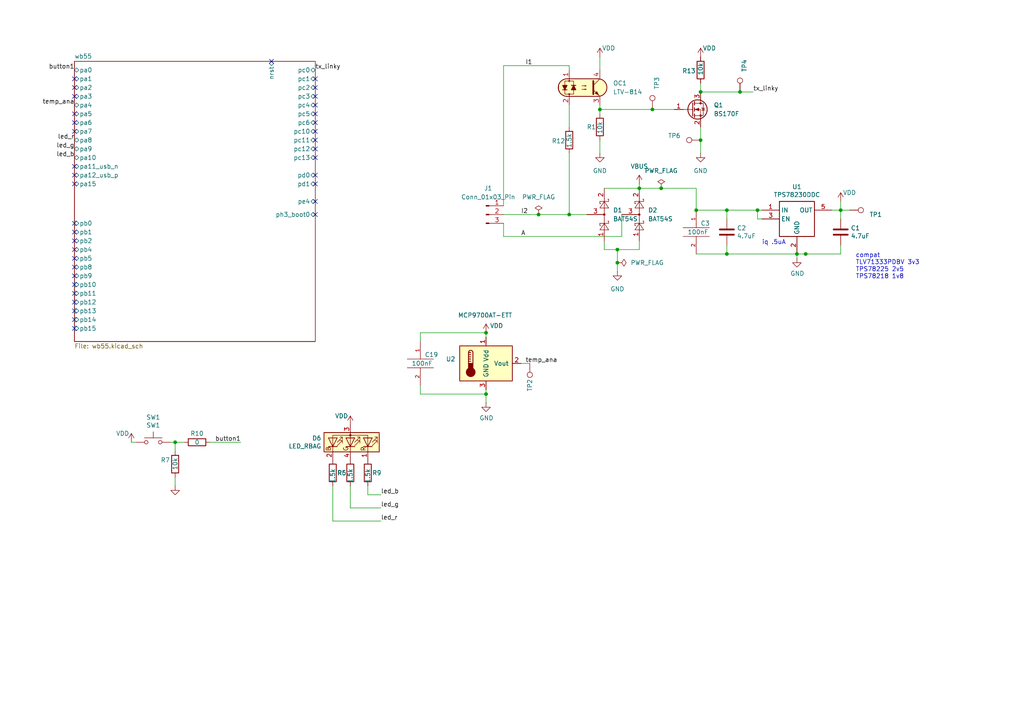
<source format=kicad_sch>
(kicad_sch (version 20231120) (generator "eeschema") (generator_version "8.0")
  (paper "A4")
  (title_block (title "linky2ble") (date "2024-10-14") (rev "1.0.0"))
  (lib_symbols
    (symbol "Connector:Conn_01x03_Pin" (pin_names (offset 1.016) hide)
      (property "Reference" "J" (at 0 5.08 0))
      (property "Value" "Conn_01x03_Pin" (at 0 -5.08 0))
      (symbol "Conn_01x03_Pin_1_1"
        (polyline (pts (xy 1.27 -2.54) (xy 0.8636 -2.54)) (stroke (width 0.1524)))
        (polyline (pts (xy 1.27 0) (xy 0.8636 0)) (stroke (width 0.1524)))
        (polyline (pts (xy 1.27 2.54) (xy 0.8636 2.54)) (stroke (width 0.1524)))
        (rectangle (start 0.8636 -2.413) (end 0 -2.667) (stroke (width 0.1524)) (fill (type outline)))
        (rectangle (start 0.8636 0.127) (end 0 -0.127) (stroke (width 0.1524)) (fill (type outline)))
        (rectangle (start 0.8636 2.667) (end 0 2.413) (stroke (width 0.1524)) (fill (type outline)))
        (pin passive line (at 5.08 2.54 180) (length 3.81) (name "Pin_1") (number "1"))
        (pin passive line (at 5.08 0 180) (length 3.81) (name "Pin_2") (number "2"))
        (pin passive line (at 5.08 -2.54 180) (length 3.81) (name "Pin_3") (number "3"))
      )
    )
    (symbol "Connector:TestPoint" (pin_numbers hide) (pin_names (offset 0.762) hide)
      (property "Reference" "TP" (at 0 6.858 0))
      (property "Value" "TestPoint" (at 0 5.08 0))
      (symbol "TestPoint_0_1"
        (circle (center 0 3.302) (radius 0.762))
      )
      (symbol "TestPoint_1_1"
        (pin passive line (at 0 0 90) (length 2.54) (name "1") (number "1"))
      )
    )
    (symbol "Device:C" (pin_numbers hide) (pin_names (offset 0.254))
      (property "Reference" "C" (at 0.635 2.54 0))
      (property "Value" "C" (at 0.635 -2.54 0))
      (symbol "C_0_1"
        (polyline (pts (xy -2.032 -0.762) (xy 2.032 -0.762)) (stroke (width 0.508)))
        (polyline (pts (xy -2.032 0.762) (xy 2.032 0.762)) (stroke (width 0.508)))
      )
      (symbol "C_1_1"
        (pin passive line (at 0 3.81 270) (length 2.794) (name "~") (number "1"))
        (pin passive line (at 0 -3.81 90) (length 2.794) (name "~") (number "2"))
      )
    )
    (symbol "Device:R" (pin_numbers hide) (pin_names (offset 0))
      (property "Reference" "R" (at 2.032 0 90))
      (property "Value" "R" (at 0 0 90))
      (symbol "R_0_1"
        (rectangle (start -1.016 -2.54) (end 1.016 2.54) (stroke (width 0.254)))
      )
      (symbol "R_1_1"
        (pin passive line (at 0 3.81 270) (length 1.27) (name "~") (number "1"))
        (pin passive line (at 0 -3.81 90) (length 1.27) (name "~") (number "2"))
      )
    )
    (symbol "Diode:BAT54S" (pin_names (offset 1.016))
      (property "Reference" "D" (at 0.635 -3.81 0))
      (property "Value" "BAT54S" (at -6.35 3.175 0))
      (symbol "BAT54S_0_1"
        (polyline (pts (xy -3.81 0) (xy -1.27 0)))
        (polyline (pts (xy -3.175 -1.27) (xy -3.175 -1.016)))
        (polyline (pts (xy -2.54 -1.27) (xy -3.175 -1.27)))
        (polyline (pts (xy -2.54 -1.27) (xy -2.54 1.27)))
        (polyline (pts (xy -2.54 1.27) (xy -1.905 1.27)))
        (polyline (pts (xy -1.905 0) (xy 1.905 0)))
        (polyline (pts (xy -1.905 1.27) (xy -1.905 1.016)))
        (polyline (pts (xy 1.27 0) (xy 3.81 0)))
        (polyline (pts (xy 3.175 -1.27) (xy 3.175 -1.016)))
        (polyline (pts (xy 3.81 -1.27) (xy 3.175 -1.27)))
        (polyline (pts (xy 3.81 -1.27) (xy 3.81 1.27)))
        (polyline (pts (xy 3.81 1.27) (xy 4.445 1.27)))
        (polyline (pts (xy 4.445 1.27) (xy 4.445 1.016)))
        (polyline (pts (xy -4.445 1.27) (xy -4.445 -1.27) (xy -2.54 0) (xy -4.445 1.27)))
        (polyline (pts (xy 1.905 1.27) (xy 1.905 -1.27) (xy 3.81 0) (xy 1.905 1.27)))
        (circle (center 0 0) (radius 0.254) (fill (type outline)))
      )
      (symbol "BAT54S_1_1"
        (pin passive line (at -7.62 0 0) (length 3.81) (name "~") (number "1"))
        (pin passive line (at 7.62 0 180) (length 3.81) (name "~") (number "2"))
        (pin passive line (at 0 -5.08 90) (length 5.08) (name "~") (number "3"))
      )
    )
    (symbol "PCM_Optocoupler_AKL:LTV-814" (pin_names (offset 1.016))
      (property "Reference" "OC" (at 7.62 1.27 0))
      (property "Value" "LTV-814" (at 7.62 -1.27 0))
      (symbol "LTV-814_0_1"
        (arc (start -4.4675 2.54) (mid -6.9851 0) (end -4.4675 -2.54) (stroke (width 0.254)))
        (circle (center -3.81 -1.905) (radius 0.1778) (fill (type outline)))
        (circle (center -3.81 1.905) (radius 0.1778) (fill (type outline)))
        (polyline (pts (xy -5.715 -0.635) (xy -4.445 -0.635)) (stroke (width 0.254)))
        (polyline (pts (xy -4.445 2.54) (xy 4.572 2.54)) (stroke (width 0.254)))
        (polyline (pts (xy -3.81 1.905) (xy -3.81 2.54)) (stroke (width 0.1524)))
        (polyline (pts (xy -1.905 0.635) (xy -3.175 0.635)) (stroke (width 0.254)))
        (polyline (pts (xy 3.175 0.635) (xy 5.08 2.54)))
        (polyline (pts (xy 4.572 -2.54) (xy -4.445 -2.54)) (stroke (width 0.254)))
        (polyline (pts (xy 5.08 -2.54) (xy 3.175 -0.635)) (fill (type outline)))
        (polyline (pts (xy 3.175 1.905) (xy 3.175 -1.905) (xy 3.175 -1.905)) (stroke (width 0.508)))
        (polyline (pts (xy -5.08 -0.635) (xy -5.715 0.635) (xy -4.445 0.635) (xy -5.08 -0.635)) (stroke (width 0.254)) (fill (type outline)))
        (polyline (pts (xy -2.54 0.635) (xy -1.905 -0.635) (xy -3.175 -0.635) (xy -2.54 0.635)) (stroke (width 0.254)) (fill (type outline)))
        (polyline (pts (xy -0.127 -0.508) (xy 1.143 -0.508) (xy 0.762 -0.635) (xy 0.762 -0.381) (xy 1.143 -0.508)))
        (polyline (pts (xy -0.127 0.508) (xy 1.143 0.508) (xy 0.762 0.381) (xy 0.762 0.635) (xy 1.143 0.508)))
        (polyline (pts (xy 3.683 -1.651) (xy 4.191 -1.143) (xy 4.699 -2.159) (xy 3.683 -1.651) (xy 3.683 -1.651)) (fill (type outline)))
        (polyline (pts (xy -3.81 -2.54) (xy -3.81 -1.905) (xy -5.08 -1.905) (xy -5.08 1.905) (xy -2.54 1.905) (xy -2.54 -1.905) (xy -3.81 -1.905)) (stroke (width 0.1524)))
        (polyline (pts (xy -3.81 2.54) (xy 4.826 2.54) (xy 5.334 2.413) (xy 5.969 2.159) (xy 6.604 1.524) (xy 6.985 0.762) (xy 7.112 0) (xy 6.985 -0.889) (xy 6.477 -1.651) (xy 5.969 -2.159) (xy 5.334 -2.413) (xy 4.699 -2.54) (xy -5.08 -2.54) (xy -5.08 -2.54) (xy -5.842 -2.032) (xy -6.35 -1.778) (xy -6.858 -0.508) (xy -6.858 0.254) (xy -6.858 1.016) (xy -6.35 1.778) (xy -5.588 2.286) (xy -4.826 2.54) (xy -3.81 2.54)) (stroke (width 0.01)) (fill (type background)))
        (arc (start 4.5945 -2.54) (mid 7.1121 0) (end 4.5945 2.54) (stroke (width 0.254)))
      )
      (symbol "LTV-814_1_1"
        (pin passive line (at -3.81 5.08 270) (length 2.54) (name "~") (number "1"))
        (pin passive line (at -3.81 -5.08 90) (length 2.54) (name "~") (number "2"))
        (pin passive line (at 5.08 -5.08 90) (length 2.54) (name "~") (number "3"))
        (pin passive line (at 5.08 5.08 270) (length 2.54) (name "~") (number "4"))
      )
    )
    (symbol "Sensor_Temperature:MCP9700AT-ETT" (pin_names (offset 1.016))
      (property "Reference" "U" (at -6.35 6.35 0))
      (property "Value" "MCP9700AT-ETT" (at 1.27 6.35 0))
      (symbol "MCP9700AT-ETT_0_1"
        (rectangle (start -7.62 5.08) (end 7.62 -5.08) (stroke (width 0.254)) (fill (type background)))
        (circle (center -4.445 -2.54) (radius 1.27) (stroke (width 0.254)) (fill (type outline)))
        (rectangle (start -3.81 -1.905) (end -5.08 0) (stroke (width 0.254)) (fill (type outline)))
        (arc (start -3.81 3.175) (mid -4.445 3.8072) (end -5.08 3.175) (stroke (width 0.254)))
        (polyline (pts (xy -5.08 0.635) (xy -4.445 0.635)) (stroke (width 0.254)))
        (polyline (pts (xy -5.08 1.27) (xy -4.445 1.27)) (stroke (width 0.254)))
        (polyline (pts (xy -5.08 1.905) (xy -4.445 1.905)) (stroke (width 0.254)))
        (polyline (pts (xy -5.08 2.54) (xy -4.445 2.54)) (stroke (width 0.254)))
        (polyline (pts (xy -5.08 3.175) (xy -5.08 0)) (stroke (width 0.254)))
        (polyline (pts (xy -5.08 3.175) (xy -4.445 3.175)) (stroke (width 0.254)))
        (polyline (pts (xy -3.81 3.175) (xy -3.81 0)) (stroke (width 0.254)))
      )
      (symbol "MCP9700AT-ETT_1_1"
        (pin power_in line (at 0 7.62 270) (length 2.54) (name "Vdd") (number "1"))
        (pin output line (at 10.16 0 180) (length 2.54) (name "Vout") (number "2"))
        (pin power_in line (at 0 -7.62 90) (length 2.54) (name "GND") (number "3"))
      )
    )
    (symbol "Switch:SW_Push" (pin_numbers hide) (pin_names (offset 1.016) hide)
      (property "Reference" "SW" (at 1.27 2.54 0))
      (property "Value" "SW_Push" (at 0 -1.524 0))
      (symbol "SW_Push_0_1"
        (circle (center -2.032 0) (radius 0.508))
        (polyline (pts (xy 0 1.27) (xy 0 3.048)))
        (polyline (pts (xy 2.54 1.27) (xy -2.54 1.27)))
        (circle (center 2.032 0) (radius 0.508))
        (pin passive line (at -5.08 0 0) (length 2.54) (name "1") (number "1"))
        (pin passive line (at 5.08 0 180) (length 2.54) (name "2") (number "2"))
      )
    )
    (symbol "Transistor_FET:BS170F" (pin_names hide)
      (property "Reference" "Q" (at 5.08 1.905 0))
      (property "Value" "BS170F" (at 5.08 0 0))
      (symbol "BS170F_0_1"
        (polyline (pts (xy 0.254 0) (xy -2.54 0)))
        (polyline (pts (xy 0.254 1.905) (xy 0.254 -1.905)) (stroke (width 0.254)))
        (polyline (pts (xy 0.762 -1.27) (xy 0.762 -2.286)) (stroke (width 0.254)))
        (polyline (pts (xy 0.762 0.508) (xy 0.762 -0.508)) (stroke (width 0.254)))
        (polyline (pts (xy 0.762 2.286) (xy 0.762 1.27)) (stroke (width 0.254)))
        (polyline (pts (xy 2.54 2.54) (xy 2.54 1.778)))
        (polyline (pts (xy 2.54 -2.54) (xy 2.54 0) (xy 0.762 0)))
        (polyline (pts (xy 0.762 -1.778) (xy 3.302 -1.778) (xy 3.302 1.778) (xy 0.762 1.778)))
        (polyline (pts (xy 1.016 0) (xy 2.032 0.381) (xy 2.032 -0.381) (xy 1.016 0)) (fill (type outline)))
        (polyline (pts (xy 2.794 0.508) (xy 2.921 0.381) (xy 3.683 0.381) (xy 3.81 0.254)))
        (polyline (pts (xy 3.302 0.381) (xy 2.921 -0.254) (xy 3.683 -0.254) (xy 3.302 0.381)))
        (circle (center 1.651 0) (radius 2.794) (stroke (width 0.254)))
        (circle (center 2.54 -1.778) (radius 0.254) (fill (type outline)))
        (circle (center 2.54 1.778) (radius 0.254) (fill (type outline)))
      )
      (symbol "BS170F_1_1"
        (pin input line (at -5.08 0 0) (length 2.54) (name "G") (number "1"))
        (pin passive line (at 2.54 -5.08 90) (length 2.54) (name "S") (number "2"))
        (pin passive line (at 2.54 5.08 270) (length 2.54) (name "D") (number "3"))
      )
    )
    (symbol "node-rescue:LED_RBAG-arturo182_device_extra-1cell_bms-rescue" (pin_names (offset 0) hide)
      (property "Reference" "D" (at 0 9.398 0))
      (property "Value" "LED_RBAG-arturo182_device_extra-1cell_bms-rescue" (at 0 -8.89 0))
      (symbol "LED_RBAG-arturo182_device_extra-1cell_bms-rescue_0_0"
        (text "B" (at -1.905 -6.35 0) (effects (font (size 1.27 1.27))))
        (text "G" (at -1.905 -1.27 0) (effects (font (size 1.27 1.27))))
        (text "R" (at -1.905 3.81 0) (effects (font (size 1.27 1.27))))
      )
      (symbol "LED_RBAG-arturo182_device_extra-1cell_bms-rescue_0_1"
        (polyline (pts (xy -1.27 -5.08) (xy -2.54 -5.08)))
        (polyline (pts (xy -1.27 -5.08) (xy 1.27 -5.08)))
        (polyline (pts (xy -1.27 -3.81) (xy -1.27 -6.35)))
        (polyline (pts (xy -1.27 -3.81) (xy -1.27 -6.35)) (stroke (width 0.2032)))
        (polyline (pts (xy -1.27 0) (xy -2.54 0)))
        (polyline (pts (xy -1.27 0) (xy 1.27 0)))
        (polyline (pts (xy -1.27 1.27) (xy -1.27 -1.27)) (stroke (width 0.2032)))
        (polyline (pts (xy -1.27 5.08) (xy -2.54 5.08)))
        (polyline (pts (xy -1.27 6.35) (xy -1.27 3.81)) (stroke (width 0.2032)))
        (polyline (pts (xy 1.27 0) (xy 2.54 0)))
        (polyline (pts (xy 1.27 5.08) (xy -1.27 5.08)))
        (polyline (pts (xy -1.27 1.27) (xy -1.27 -1.27) (xy -1.27 -1.27)))
        (polyline (pts (xy -1.27 6.35) (xy -1.27 3.81) (xy -1.27 3.81)))
        (polyline (pts (xy 1.27 -5.08) (xy 2.032 -5.08) (xy 2.032 5.08) (xy 1.27 5.08)))
        (polyline (pts (xy 1.27 -3.81) (xy 1.27 -6.35) (xy -1.27 -5.08) (xy 1.27 -3.81)) (stroke (width 0.2032)))
        (polyline (pts (xy 1.27 1.27) (xy 1.27 -1.27) (xy -1.27 0) (xy 1.27 1.27)) (stroke (width 0.2032)))
        (polyline (pts (xy 1.27 6.35) (xy 1.27 3.81) (xy -1.27 5.08) (xy 1.27 6.35)) (stroke (width 0.2032)))
        (polyline (pts (xy -1.016 -3.81) (xy 0.508 -2.286) (xy -0.254 -2.286) (xy 0.508 -2.286) (xy 0.508 -3.048)))
        (polyline (pts (xy -1.016 1.27) (xy 0.508 2.794) (xy -0.254 2.794) (xy 0.508 2.794) (xy 0.508 2.032)))
        (polyline (pts (xy -1.016 6.35) (xy 0.508 7.874) (xy -0.254 7.874) (xy 0.508 7.874) (xy 0.508 7.112)))
        (polyline (pts (xy 0 -3.81) (xy 1.524 -2.286) (xy 0.762 -2.286) (xy 1.524 -2.286) (xy 1.524 -3.048)))
        (polyline (pts (xy 0 1.27) (xy 1.524 2.794) (xy 0.762 2.794) (xy 1.524 2.794) (xy 1.524 2.032)))
        (polyline (pts (xy 0 6.35) (xy 1.524 7.874) (xy 0.762 7.874) (xy 1.524 7.874) (xy 1.524 7.112)))
        (rectangle (start 1.27 -1.27) (end 1.27 1.27))
        (rectangle (start 1.27 1.27) (end 1.27 1.27))
        (rectangle (start 1.27 3.81) (end 1.27 6.35))
        (rectangle (start 1.27 6.35) (end 1.27 6.35))
        (circle (center 2.032 0) (radius 0.254) (fill (type outline)))
        (rectangle (start 2.794 8.382) (end -2.794 -7.62) (stroke (width 0.254)) (fill (type background)))
      )
      (symbol "LED_RBAG-arturo182_device_extra-1cell_bms-rescue_1_1"
        (pin passive line (at -5.08 5.08 0) (length 2.54) (name "RK") (number "1"))
        (pin passive line (at -5.08 -5.08 0) (length 2.54) (name "BK") (number "2"))
        (pin passive line (at 5.08 0 180) (length 2.54) (name "A") (number "3"))
        (pin passive line (at -5.08 0 0) (length 2.54) (name "GK") (number "4"))
      )
    )
    (symbol "node-rescue:TPS78218DDC-mine"
      (property "Reference" "U" (at -5.08 -6.35 0))
      (property "Value" "TPS78218DDC-mine" (at 5.08 6.35 0))
      (symbol "TPS78218DDC-mine_0_0"
        (rectangle (start -5.08 5.08) (end 5.08 -5.08) (stroke (width 0.254)))
      )
      (symbol "TPS78218DDC-mine_1_1"
        (pin power_in line (at -10.16 2.54 0) (length 5.08) (name "IN") (number "1"))
        (pin power_in line (at 0 -10.16 90) (length 5.08) (name "GND") (number "2"))
        (pin input line (at -10.16 0 0) (length 5.08) (name "EN") (number "3"))
        (pin power_in line (at 2.54 -10.16 90) (length 5.08) hide (name "GND") (number "4"))
        (pin power_out line (at 10.16 2.54 180) (length 5.08) (name "OUT") (number "5"))
      )
    )
    (symbol "power:GND" (power) (pin_numbers hide) (pin_names (offset 0) hide)
      (property "Value" "GND" (at 0 -3.81 0))
      (symbol "GND_0_1"
        (polyline (pts (xy 0 0) (xy 0 -1.27) (xy 1.27 -1.27) (xy 0 -2.54) (xy -1.27 -1.27) (xy 0 -1.27)))
      )
      (symbol "GND_1_1"
        (pin power_in line (at 0 0 270) (length 0) (name "~") (number "1"))
      )
    )
    (symbol "power:PWR_FLAG" (power) (pin_numbers hide) (pin_names (offset 0) hide)
      (property "Value" "PWR_FLAG" (at 0 3.81 0))
      (symbol "PWR_FLAG_0_0"
        (pin power_out line (at 0 0 90) (length 0) (name "~") (number "1"))
      )
      (symbol "PWR_FLAG_0_1"
        (polyline (pts (xy 0 0) (xy 0 1.27) (xy -1.016 1.905) (xy 0 2.54) (xy 1.016 1.905) (xy 0 1.27)))
      )
    )
    (symbol "power:VBUS" (power) (pin_numbers hide) (pin_names (offset 0) hide)
      (property "Value" "VBUS" (at 0 3.556 0))
      (symbol "VBUS_0_1"
        (polyline (pts (xy -0.762 1.27) (xy 0 2.54)))
        (polyline (pts (xy 0 0) (xy 0 2.54)))
        (polyline (pts (xy 0 2.54) (xy 0.762 1.27)))
      )
      (symbol "VBUS_1_1"
        (pin power_in line (at 0 0 90) (length 0) (name "~") (number "1"))
      )
    )
    (symbol "power:VDD" (power) (pin_names (offset 0))
      (property "Value" "VDD" (at 0 3.81 0))
      (symbol "VDD_0_1"
        (polyline (pts (xy -0.762 1.27) (xy 0 2.54)))
        (polyline (pts (xy 0 0) (xy 0 2.54)))
        (polyline (pts (xy 0 2.54) (xy 0.762 1.27)))
      )
      (symbol "VDD_1_1"
        (pin power_in line (at 0 0 90) (length 0) hide (name "VDD") (number "1"))
      )
    )
    (symbol "pspice:CAP" (pin_names (offset 0.254))
      (property "Reference" "C" (at 2.54 3.81 90))
      (property "Value" "CAP" (at 2.54 -3.81 90))
      (symbol "CAP_0_1"
        (polyline (pts (xy -3.81 -1.27) (xy 3.81 -1.27)))
        (polyline (pts (xy -3.81 1.27) (xy 3.81 1.27)))
      )
      (symbol "CAP_1_1"
        (pin passive line (at 0 6.35 270) (length 5.08) (name "~") (number "1"))
        (pin passive line (at 0 -6.35 90) (length 5.08) (name "~") (number "2"))
      )
    )
  )
  (junction (at 173.99 31.75))
  (junction (at 243.84 60.96))
  (junction (at 210.82 73.66))
  (junction (at 156.21 62.23))
  (junction (at 203.2 26.67))
  (junction (at 140.97 96.52))
  (junction (at 210.82 60.96))
  (junction (at 189.23 31.75))
  (junction (at 179.07 76.2))
  (junction (at 50.8 128.27))
  (junction (at 233.68 73.66))
  (junction (at 140.97 114.3))
  (junction (at 214.63 26.67))
  (junction (at 185.42 54.61))
  (junction (at 165.1 62.23))
  (junction (at 219.71 60.96))
  (junction (at 191.77 54.61))
  (junction (at 231.14 73.66))
  (junction (at 201.93 60.96))
  (junction (at 179.07 72.39))
  (junction (at 203.2 40.64))
  (no_connect (at 91.44 50.8))
  (no_connect (at 78.74 17.78))
  (no_connect (at 21.59 77.47))
  (no_connect (at 21.59 22.86))
  (no_connect (at 21.59 95.25))
  (no_connect (at 91.44 35.56))
  (no_connect (at 21.59 92.71))
  (no_connect (at 21.59 33.02))
  (no_connect (at 91.44 58.42))
  (no_connect (at 21.59 67.31))
  (no_connect (at 91.44 30.48))
  (no_connect (at 91.44 33.02))
  (no_connect (at 91.44 27.94))
  (no_connect (at 21.59 74.93))
  (no_connect (at 21.59 64.77))
  (no_connect (at 91.44 62.23))
  (no_connect (at 21.59 35.56))
  (no_connect (at 21.59 82.55))
  (no_connect (at 21.59 38.1))
  (no_connect (at 21.59 53.34))
  (no_connect (at 21.59 50.8))
  (no_connect (at 21.59 27.94))
  (no_connect (at 21.59 69.85))
  (no_connect (at 91.44 25.4))
  (no_connect (at 21.59 48.26))
  (no_connect (at 91.44 43.18))
  (no_connect (at 91.44 40.64))
  (no_connect (at 21.59 85.09))
  (no_connect (at 21.59 80.01))
  (no_connect (at 21.59 87.63))
  (no_connect (at 91.44 45.72))
  (no_connect (at 21.59 72.39))
  (no_connect (at 91.44 38.1))
  (no_connect (at 21.59 25.4))
  (no_connect (at 91.44 53.34))
  (no_connect (at 21.59 90.17))
  (no_connect (at 91.44 22.86))
  (wire (pts (xy 243.84 60.96) (xy 246.38 60.96)))
  (wire (pts (xy 96.52 140.97) (xy 96.52 151.13)))
  (wire (pts (xy 146.05 68.58) (xy 180.34 68.58)))
  (wire (pts (xy 210.82 60.96) (xy 219.71 60.96)))
  (wire (pts (xy 165.1 30.48) (xy 165.1 36.83)))
  (wire (pts (xy 146.05 64.77) (xy 146.05 68.58)))
  (wire (pts (xy 201.93 54.61) (xy 201.93 60.96)))
  (wire (pts (xy 203.2 26.67) (xy 214.63 26.67)))
  (wire (pts (xy 185.42 53.34) (xy 185.42 54.61)))
  (wire (pts (xy 53.34 128.27) (xy 50.8 128.27)))
  (wire (pts (xy 173.99 31.75) (xy 173.99 33.02)))
  (wire (pts (xy 101.6 147.32) (xy 110.49 147.32)))
  (wire (pts (xy 165.1 19.05) (xy 165.1 20.32)))
  (wire (pts (xy 140.97 116.84) (xy 140.97 114.3)))
  (wire (pts (xy 179.07 76.2) (xy 179.07 78.74)))
  (wire (pts (xy 185.42 54.61) (xy 191.77 54.61)))
  (wire (pts (xy 175.26 54.61) (xy 185.42 54.61)))
  (wire (pts (xy 121.92 96.52) (xy 121.92 99.06)))
  (wire (pts (xy 210.82 63.5) (xy 210.82 60.96)))
  (wire (pts (xy 180.34 68.58) (xy 180.34 62.23)))
  (wire (pts (xy 96.52 151.13) (xy 110.49 151.13)))
  (wire (pts (xy 203.2 24.13) (xy 203.2 26.67)))
  (wire (pts (xy 214.63 26.67) (xy 218.44 26.67)))
  (wire (pts (xy 140.97 96.52) (xy 121.92 96.52)))
  (wire (pts (xy 173.99 40.64) (xy 173.99 44.45)))
  (wire (pts (xy 185.42 72.39) (xy 185.42 69.85)))
  (wire (pts (xy 233.68 73.66) (xy 243.84 73.66)))
  (wire (pts (xy 219.71 60.96) (xy 219.71 63.5)))
  (wire (pts (xy 175.26 69.85) (xy 175.26 72.39)))
  (wire (pts (xy 106.68 140.97) (xy 106.68 143.51)))
  (wire (pts (xy 243.84 60.96) (xy 243.84 58.42)))
  (wire (pts (xy 50.8 138.43) (xy 50.8 140.97)))
  (wire (pts (xy 201.93 73.66) (xy 210.82 73.66)))
  (wire (pts (xy 173.99 30.48) (xy 173.99 31.75)))
  (wire (pts (xy 50.8 128.27) (xy 49.53 128.27)))
  (wire (pts (xy 146.05 62.23) (xy 156.21 62.23)))
  (wire (pts (xy 201.93 60.96) (xy 210.82 60.96)))
  (wire (pts (xy 210.82 71.12) (xy 210.82 73.66)))
  (wire (pts (xy 121.92 114.3) (xy 140.97 114.3)))
  (wire (pts (xy 165.1 62.23) (xy 170.18 62.23)))
  (wire (pts (xy 243.84 60.96) (xy 243.84 63.5)))
  (wire (pts (xy 173.99 16.51) (xy 173.99 20.32)))
  (wire (pts (xy 243.84 73.66) (xy 243.84 71.12)))
  (wire (pts (xy 189.23 31.75) (xy 195.58 31.75)))
  (wire (pts (xy 175.26 72.39) (xy 179.07 72.39)))
  (wire (pts (xy 110.49 143.51) (xy 106.68 143.51)))
  (wire (pts (xy 101.6 140.97) (xy 101.6 147.32)))
  (wire (pts (xy 210.82 73.66) (xy 231.14 73.66)))
  (wire (pts (xy 146.05 19.05) (xy 165.1 19.05)))
  (wire (pts (xy 231.14 73.66) (xy 231.14 74.93)))
  (wire (pts (xy 146.05 59.69) (xy 146.05 19.05)))
  (wire (pts (xy 165.1 44.45) (xy 165.1 62.23)))
  (wire (pts (xy 203.2 40.64) (xy 203.2 44.45)))
  (wire (pts (xy 233.68 73.66) (xy 231.14 73.66)))
  (wire (pts (xy 156.21 62.23) (xy 165.1 62.23)))
  (wire (pts (xy 69.85 128.27) (xy 60.96 128.27)))
  (wire (pts (xy 219.71 63.5) (xy 220.98 63.5)))
  (wire (pts (xy 151.13 105.41) (xy 153.67 105.41)))
  (wire (pts (xy 121.92 111.76) (xy 121.92 114.3)))
  (wire (pts (xy 39.37 128.27) (xy 38.1 128.27)))
  (wire (pts (xy 173.99 31.75) (xy 189.23 31.75)))
  (wire (pts (xy 140.97 113.03) (xy 140.97 114.3)))
  (wire (pts (xy 191.77 54.61) (xy 201.93 54.61)))
  (wire (pts (xy 179.07 72.39) (xy 185.42 72.39)))
  (wire (pts (xy 50.8 128.27) (xy 50.8 130.81)))
  (wire (pts (xy 219.71 60.96) (xy 220.98 60.96)))
  (wire (pts (xy 140.97 96.52) (xy 140.97 97.79)))
  (wire (pts (xy 241.3 60.96) (xy 243.84 60.96)))
  (wire (pts (xy 203.2 36.83) (xy 203.2 40.64)))
  (wire (pts (xy 179.07 72.39) (xy 179.07 76.2)))
  (text "compat \nTLV71333PDBV 3v3\nTPS78225 2v5\nTPS78218 1v8" (at 248.158 81.026 0) (effects (font (size 1.27 1.27)) (justify left bottom)))
  (text "iq .5uA" (at 220.98 71.12 0) (effects (font (size 1.27 1.27)) (justify left bottom)))
  (label "led_r" (at 110.49 151.13 0))
  (label "led_g" (at 21.59 43.18 180))
  (label "temp_ana" (at 152.4 105.41 0))
  (label "tx_linky" (at 91.44 20.32 0))
  (label "temp_ana" (at 21.59 30.48 180))
  (label "I1" (at 152.4 19.05 0))
  (label "I2" (at 151.13 62.23 0))
  (label "tx_linky" (at 218.44 26.67 0))
  (label "button1" (at 69.85 128.27 180))
  (label "led_g" (at 110.49 147.32 0))
  (label "led_b" (at 110.49 143.51 0))
  (label "led_r" (at 21.59 40.64 180))
  (label "A" (at 151.13 68.58 0))
  (label "button1" (at 21.59 20.32 180))
  (label "led_b" (at 21.59 45.72 180))
  (symbol (lib_id "power:VDD") (at 38.1 128.27 0) (mirror y) (unit 1)
    (property "Reference" "#PWR08" (effects (hide yes)))
    (property "Value" "VDD" (at 35.56 125.73 0))
  )
  (symbol (lib_id "power:PWR_FLAG") (at 156.21 62.23 0) (unit 1)
    (property "Reference" "#FLG01" (effects (hide yes)))
    (property "Value" "PWR_FLAG" (at 156.21 57.15 0))
    (property "Description" "Special symbol for telling ERC where power comes from" (effects (hide yes)))
  )
  (symbol (lib_id "power:GND") (at 203.2 44.45 0) (unit 1)
    (property "Reference" "#PWR017" (effects (hide yes)))
    (property "Value" "GND" (at 203.2 49.53 0))
    (property "Description" "Power symbol creates a global label with name \"GND\" , ground" (effects (hide yes)))
  )
  (symbol (lib_id "power:VDD") (at 101.6 123.19 0) (mirror y) (unit 1)
    (property "Reference" "#PWR010" (effects (hide yes)))
    (property "Value" "VDD" (at 99.06 120.65 0))
  )
  (symbol (lib_id "Device:C") (at 210.82 67.31 0) (unit 1)
    (property "Reference" "C2" (at 213.741 66.1416 0) (effects (justify left)))
    (property "Value" "4.7uF" (at 213.741 68.453 0) (effects (justify left)))
    (property "Footprint" "Capacitor_SMD:C_0603_1608Metric" (effects (hide yes)))
    (property "pn" "C19666 " (effects (hide yes)))
    (property "price x1" "0.1" (effects (hide yes)))
    (property "price x100" ".07" (effects (hide yes)))
    (property "LCSC" "C19666" (effects (hide yes)))
  )
  (symbol (lib_id "power:GND") (at 140.97 116.84 0) (unit 1)
    (property "Reference" "#PWR014" (effects (hide yes)))
    (property "Value" "GND" (at 141.097 121.2342 0))
  )
  (symbol (lib_id "Device:R") (at 57.15 128.27 90) (mirror x) (unit 1)
    (property "Reference" "R10" (at 57.15 125.73 90))
    (property "Value" "0" (at 57.15 128.27 90))
    (property "Footprint" "Resistor_SMD:R_0402_1005Metric" (effects (hide yes)))
    (property "JLCPCB" "C25104" (effects (hide yes)))
    (property "LCSC" "C25104" (effects (hide yes)))
  )
  (symbol (lib_id "Connector:TestPoint") (at 246.38 60.96 270) (unit 1) (exclude_from_sim yes) (in_bom no)
    (property "Reference" "TP1" (at 254 62.23 90))
    (property "Value" "5v" (effects (hide yes)))
    (property "Footprint" "TestPoint:TestPoint_Pad_D1.5mm" (effects (hide yes)))
  )
  (symbol (lib_id "power:VBUS") (at 185.42 53.34 0) (unit 1)
    (property "Reference" "#PWR05" (effects (hide yes)))
    (property "Value" "VBUS" (at 185.42 48.26 0))
    (property "Description" "Power symbol creates a global label with name \"VBUS\"" (effects (hide yes)))
  )
  (symbol (lib_id "pspice:CAP") (at 201.93 67.31 0) (unit 1)
    (property "Reference" "C3" (at 203.2 64.77 0) (effects (justify left)))
    (property "Value" "100nF" (at 199.39 67.31 0) (effects (justify left)))
    (property "Footprint" "Capacitor_SMD:C_0402_1005Metric" (effects (hide yes)))
    (property "LCSC" "C1525" (effects (hide yes)))
  )
  (symbol (lib_id "Connector:TestPoint") (at 189.23 31.75 0) (unit 1)
    (property "Reference" "TP3" (at 190.5 24.13 90))
    (property "Value" "5v" (effects (hide yes)))
    (property "Footprint" "TestPoint:TestPoint_Pad_D1.5mm" (effects (hide yes)))
  )
  (symbol (lib_id "Device:R") (at 106.68 137.16 0) (mirror x) (unit 1)
    (property "Reference" "R9" (at 107.95 137.16 0) (effects (justify left)))
    (property "Value" "1.5k" (at 106.68 135.89 90) (effects (justify left)))
    (property "Footprint" "Resistor_SMD:R_0402_1005Metric" (effects (hide yes)))
    (property "pn" "C25744" (effects (hide yes)))
    (property "price x1" "0.0009" (effects (hide yes)))
    (property "price x100" "0.0002" (effects (hide yes)))
    (property "LCSC" "C25867" (effects (hide yes)))
  )
  (symbol (lib_id "power:VDD") (at 243.84 58.42 0) (unit 1)
    (property "Reference" "#PWR03" (effects (hide yes)))
    (property "Value" "VDD" (at 246.38 55.88 0))
  )
  (symbol (lib_id "power:GND") (at 231.14 74.93 0) (unit 1)
    (property "Reference" "#PWR02" (effects (hide yes)))
    (property "Value" "GND" (at 231.267 79.3242 0))
  )
  (symbol (lib_id "Device:R") (at 165.1 40.64 0) (unit 1)
    (property "Reference" "R12" (at 160.02 40.894 0) (effects (justify left)))
    (property "Value" "1.5k" (at 165.1 42.926 90) (effects (justify left)))
    (property "Footprint" "Resistor_SMD:R_0402_1005Metric" (effects (hide yes)))
    (property "pn" "C25744" (effects (hide yes)))
    (property "price x1" "0.0009" (effects (hide yes)))
    (property "price x100" "0.0002" (effects (hide yes)))
    (property "LCSC" "C25867" (effects (hide yes)))
  )
  (symbol (lib_id "Device:R") (at 101.6 137.16 0) (mirror x) (unit 1)
    (property "Reference" "R6" (at 97.79 137.16 0) (effects (justify left)))
    (property "Value" "1.5k" (at 101.6 135.89 90) (effects (justify left)))
    (property "Footprint" "Resistor_SMD:R_0402_1005Metric" (effects (hide yes)))
    (property "pn" "C25744" (effects (hide yes)))
    (property "price x1" "0.0009" (effects (hide yes)))
    (property "price x100" "0.0002" (effects (hide yes)))
    (property "LCSC" "C25867" (effects (hide yes)))
  )
  (symbol (lib_id "Sensor_Temperature:MCP9700AT-ETT") (at 140.97 105.41 0) (unit 1)
    (property "Reference" "U2" (at 132.08 104.1399 0) (effects (justify right)))
    (property "Value" "MCP9700AT-ETT" (at 148.59 91.44 0) (effects (justify right)))
    (property "Footprint" "Package_TO_SOT_SMD:SOT-23" (effects (hide yes)))
    (property "Datasheet" "http://ww1.microchip.com/downloads/en/DeviceDoc/21942e.pdf" (effects (hide yes)))
    (property "LCSC" "C127949" (effects (hide yes)))
  )
  (symbol (lib_id "Connector:TestPoint") (at 203.2 40.64 90) (unit 1) (in_bom no)
    (property "Reference" "TP6" (at 195.58 39.37 90))
    (property "Value" "5v" (effects (hide yes)))
    (property "Footprint" "TestPoint:TestPoint_Pad_D1.5mm" (effects (hide yes)))
  )
  (symbol (lib_id "power:VDD") (at 173.99 16.51 0) (unit 1)
    (property "Reference" "#PWR04" (effects (hide yes)))
    (property "Value" "VDD" (at 176.53 13.97 0))
  )
  (symbol (lib_id "Connector:TestPoint") (at 153.67 105.41 180) (unit 1) (in_bom no)
    (property "Reference" "TP2" (at 153.67 111.76 90))
    (property "Value" "TestPoint" (effects (hide yes)))
    (property "Footprint" "TestPoint:TestPoint_Pad_D1.0mm" (effects (hide yes)))
  )
  (symbol (lib_id "Device:R") (at 50.8 134.62 0) (mirror y) (unit 1)
    (property "Reference" "R7" (at 49.3014 133.4516 0) (effects (justify left)))
    (property "Value" "10k" (at 50.8 136.398 90) (effects (justify left)))
    (property "Footprint" "Resistor_SMD:R_0402_1005Metric" (effects (hide yes)))
    (property "JLCPCB" "C25767" (effects (hide yes)))
    (property "LCSC" "C25767" (effects (hide yes)))
  )
  (symbol (lib_id "Diode:BAT54S") (at 185.42 62.23 270) (mirror x) (unit 1)
    (property "Reference" "D2" (at 187.96 60.9599 90) (effects (justify left)))
    (property "Value" "BAT54S" (at 187.96 63.4999 90) (effects (justify left)))
    (property "Footprint" "Package_TO_SOT_SMD:SOT-23" (effects (hide yes)))
    (property "Datasheet" "https://www.diodes.com/assets/Datasheets/ds11005.pdf" (effects (hide yes)))
    (property "LCSC" "C19726" (effects (hide yes)))
  )
  (symbol (lib_id "Connector:Conn_01x03_Pin") (at 140.97 62.23 0) (unit 1) (in_bom no)
    (property "Reference" "J1" (at 141.605 54.61 0))
    (property "Value" "Conn_01x03_Pin" (at 141.605 57.15 0))
    (property "Footprint" "Connector_PinHeader_2.54mm:PinHeader_1x03_P2.54mm_Horizontal" (effects (hide yes)))
    (property "Description" "Generic connector, single row, 01x03, script generated" (effects (hide yes)))
  )
  (symbol (lib_id "Switch:SW_Push") (at 44.45 128.27 0) (mirror y) (unit 1)
    (property "Reference" "SW1" (at 44.45 121.031 0))
    (property "Value" "SW1" (at 44.45 123.3424 0))
    (property "Footprint" "Button_Switch_SMD:SW_Push_1P1T_NO_6x6mm_H9.5mm" (effects (hide yes)))
    (property "Datasheet" "https://datasheet.lcsc.com/lcsc/1810121628_C&K-PTS645SM43SMTR92LFS_C221880.pdf" (effects (hide yes)))
    (property "JLCPCB" "C221880" (effects (hide yes)))
    (property "LCSC" "C221880" (effects (hide yes)))
  )
  (symbol (lib_id "Device:C") (at 243.84 67.31 0) (unit 1)
    (property "Reference" "C1" (at 246.761 66.1416 0) (effects (justify left)))
    (property "Value" "4.7uF" (at 246.761 68.453 0) (effects (justify left)))
    (property "Footprint" "Capacitor_SMD:C_0603_1608Metric" (effects (hide yes)))
    (property "pn" "C19666 " (effects (hide yes)))
    (property "price x1" "0.1" (effects (hide yes)))
    (property "price x100" ".07" (effects (hide yes)))
    (property "LCSC" "C19666" (effects (hide yes)))
  )
  (symbol (lib_id "Device:R") (at 203.2 20.32 0) (unit 1)
    (property "Reference" "R13" (at 197.866 20.574 0) (effects (justify left)))
    (property "Value" "10k" (at 203.2 21.844 90) (effects (justify left)))
    (property "Footprint" "Resistor_SMD:R_0402_1005Metric" (effects (hide yes)))
    (property "pn" "C25744" (effects (hide yes)))
    (property "price x1" "0.0009" (effects (hide yes)))
    (property "price x100" "0.0002" (effects (hide yes)))
    (property "LCSC" "C25744" (effects (hide yes)))
  )
  (symbol (lib_id "Transistor_FET:BS170F") (at 200.66 31.75 0) (unit 1)
    (property "Reference" "Q1" (at 207.01 30.4799 0) (effects (justify left)))
    (property "Value" "BS170F" (at 207.01 33.0199 0) (effects (justify left)))
    (property "Footprint" "Package_TO_SOT_SMD:SOT-23" (effects (hide yes)))
    (property "Datasheet" "http://www.diodes.com/assets/Datasheets/BS170F.pdf" (effects (hide yes)))
    (property "LCSC" "C151050" (effects (hide yes)))
  )
  (symbol (lib_id "power:PWR_FLAG") (at 191.77 54.61 0) (unit 1)
    (property "Reference" "#FLG03" (effects (hide yes)))
    (property "Value" "PWR_FLAG" (at 191.77 49.53 0))
    (property "Description" "Special symbol for telling ERC where power comes from" (effects (hide yes)))
  )
  (symbol (lib_id "power:VDD") (at 203.2 16.51 0) (unit 1)
    (property "Reference" "#PWR016" (effects (hide yes)))
    (property "Value" "VDD" (at 205.74 13.97 0))
  )
  (symbol (lib_id "Device:R") (at 96.52 137.16 0) (mirror x) (unit 1)
    (property "Reference" "R5" (at 97.79 137.16 0) (effects (justify left)))
    (property "Value" "1.5k" (at 96.52 135.89 90) (effects (justify left)))
    (property "Footprint" "Resistor_SMD:R_0402_1005Metric" (effects (hide yes)))
    (property "pn" "C25744" (effects (hide yes)))
    (property "price x1" "0.0009" (effects (hide yes)))
    (property "price x100" "0.0002" (effects (hide yes)))
    (property "LCSC" "C25867" (effects (hide yes)))
  )
  (symbol (lib_id "power:PWR_FLAG") (at 179.07 76.2 270) (unit 1)
    (property "Reference" "#FLG04" (effects (hide yes)))
    (property "Value" "PWR_FLAG" (at 182.88 76.1999 90) (effects (justify left)))
    (property "Description" "Special symbol for telling ERC where power comes from" (effects (hide yes)))
  )
  (symbol (lib_id "node-rescue:LED_RBAG-arturo182_device_extra-1cell_bms-rescue") (at 101.6 128.27 270) (mirror x) (unit 1)
    (property "Reference" "D6" (at 93.218 127.1016 90) (effects (justify right)))
    (property "Value" "LED_RBAG" (at 93.218 129.413 90) (effects (justify right)))
    (property "Footprint" "LED_SMD:LED_Cree-PLCC4_2x2mm_CW" (effects (hide yes)))
    (property "pn" "C108793" (effects (hide yes)))
    (property "price x1" "0.02" (effects (hide yes)))
    (property "price x100" "0.02" (effects (hide yes)))
    (property "LCSC" "C108793" (effects (hide yes)))
  )
  (symbol (lib_id "node-rescue:TPS78218DDC-mine") (at 231.14 63.5 0) (unit 1)
    (property "Reference" "U1" (at 231.14 54.1782 0))
    (property "Value" "TPS78230DDC" (at 231.14 56.4896 0))
    (property "Footprint" "Package_TO_SOT_SMD:SOT-23-5" (effects (hide yes)))
    (property "pn" "C93019" (effects (hide yes)))
    (property "price x1" "0.66" (effects (hide yes)))
    (property "price x100" "0.43" (effects (hide yes)))
    (property "LCSC" "C90840" (effects (hide yes)))
  )
  (symbol (lib_id "power:GND") (at 179.07 78.74 0) (unit 1)
    (property "Reference" "#PWR01" (effects (hide yes)))
    (property "Value" "GND" (at 179.07 83.82 0))
    (property "Description" "Power symbol creates a global label with name \"GND\" , ground" (effects (hide yes)))
  )
  (symbol (lib_id "PCM_Optocoupler_AKL:LTV-814") (at 168.91 25.4 0) (unit 1)
    (property "Reference" "OC1" (at 177.8 24.1299 0) (effects (justify left)))
    (property "Value" "LTV-814" (at 177.8 26.6699 0) (effects (justify left)))
    (property "Footprint" "PCM_Package_DIP_AKL:DIP-4_W7.62mm_LongPads" (effects (hide yes)))
    (property "Datasheet" "https://www.tme.eu/Document/cddc5416cbcd80bc288c068da5f3c02a/LTV-814S.pdf" (effects (hide yes)))
    (property "Description" "DIP-4 Optocoupler, Transistor output, Bidirectional input, 5kV, 4us, Alternate KiCAD Library" (effects (hide yes)))
    (property "LCSC" "C125118" (effects (hide yes)))
  )
  (symbol (lib_id "Diode:BAT54S") (at 175.26 62.23 270) (mirror x) (unit 1)
    (property "Reference" "D1" (at 177.8 60.9599 90) (effects (justify left)))
    (property "Value" "BAT54S" (at 177.8 63.4999 90) (effects (justify left)))
    (property "Footprint" "Package_TO_SOT_SMD:SOT-23" (effects (hide yes)))
    (property "Datasheet" "https://www.diodes.com/assets/Datasheets/ds11005.pdf" (effects (hide yes)))
    (property "LCSC" "C19726" (effects (hide yes)))
  )
  (symbol (lib_id "Device:R") (at 173.99 36.83 0) (unit 1)
    (property "Reference" "R1" (at 170.18 36.83 0) (effects (justify left)))
    (property "Value" "10k" (at 173.99 38.862 90) (effects (justify left)))
    (property "Footprint" "Resistor_SMD:R_0402_1005Metric" (effects (hide yes)))
    (property "pn" "C25744" (effects (hide yes)))
    (property "price x1" "0.0009" (effects (hide yes)))
    (property "price x100" "0.0002" (effects (hide yes)))
    (property "LCSC" "C25744" (effects (hide yes)))
  )
  (symbol (lib_id "pspice:CAP") (at 121.92 105.41 0) (unit 1)
    (property "Reference" "C19" (at 123.19 102.87 0) (effects (justify left)))
    (property "Value" "100nF" (at 119.38 105.41 0) (effects (justify left)))
    (property "Footprint" "Capacitor_SMD:C_0402_1005Metric" (effects (hide yes)))
    (property "LCSC" "C1525" (effects (hide yes)))
  )
  (symbol (lib_id "power:VDD") (at 140.97 96.52 0) (unit 1)
    (property "Reference" "#PWR013" (effects (hide yes)))
    (property "Value" "VDD" (at 144.018 94.488 0))
  )
  (symbol (lib_id "power:GND") (at 173.99 44.45 0) (unit 1)
    (property "Reference" "#PWR015" (effects (hide yes)))
    (property "Value" "GND" (at 173.99 49.53 0))
    (property "Description" "Power symbol creates a global label with name \"GND\" , ground" (effects (hide yes)))
  )
  (symbol (lib_id "Connector:TestPoint") (at 214.63 26.67 0) (unit 1) (in_bom no)
    (property "Reference" "TP4" (at 215.9 19.05 90))
    (property "Value" "5v" (effects (hide yes)))
    (property "Footprint" "TestPoint:TestPoint_Pad_D1.5mm" (effects (hide yes)))
  )
  (symbol (lib_id "power:GND") (at 50.8 140.97 0) (mirror y) (unit 1)
    (property "Reference" "#PWR011" (effects (hide yes)))
    (property "Value" "GND" (effects (hide yes)))
  )
  (sheet (at 21.59 17.78) (size 69.85 81.28) (stroke (width 0.1524))
    (property "Sheetname" "wb55" (at 21.59 17.0684 0) (effects (justify left bottom)))
    (property "Sheetfile" "wb55.kicad_sch" (at 21.59 99.6446 0) (effects (justify left top)))
    (pin "pa7" bidirectional (at 21.59 38.1 180))
    (pin "pa8" bidirectional (at 21.59 40.64 180))
    (pin "pa10" bidirectional (at 21.59 45.72 180))
    (pin "pa9" bidirectional (at 21.59 43.18 180))
    (pin "pa11_usb_n" bidirectional (at 21.59 48.26 180))
    (pin "pa12_usb_p" bidirectional (at 21.59 50.8 180))
    (pin "pa2" bidirectional (at 21.59 25.4 180))
    (pin "pa6" bidirectional (at 21.59 35.56 180))
    (pin "pa1" bidirectional (at 21.59 22.86 180))
    (pin "pa4" bidirectional (at 21.59 30.48 180))
    (pin "pa5" bidirectional (at 21.59 33.02 180))
    (pin "pa0" bidirectional (at 21.59 20.32 180))
    (pin "pa3" bidirectional (at 21.59 27.94 180))
    (pin "pb14" input (at 21.59 92.71 180))
    (pin "pb15" input (at 21.59 95.25 180))
    (pin "pb13" input (at 21.59 90.17 180))
    (pin "pb12" input (at 21.59 87.63 180))
    (pin "pb11" input (at 21.59 85.09 180))
    (pin "pb9" bidirectional (at 21.59 80.01 180))
    (pin "pb10" input (at 21.59 82.55 180))
    (pin "pb8" bidirectional (at 21.59 77.47 180))
    (pin "pb0" input (at 21.59 64.77 180))
    (pin "pb1" bidirectional (at 21.59 67.31 180))
    (pin "pb2" bidirectional (at 21.59 69.85 180))
    (pin "pa15" bidirectional (at 21.59 53.34 180))
    (pin "pb4" bidirectional (at 21.59 72.39 180))
    (pin "pb5" bidirectional (at 21.59 74.93 180))
    (pin "nrst" bidirectional (at 78.74 17.78 90))
    (pin "pc2" bidirectional (at 91.44 25.4 0))
    (pin "pc3" bidirectional (at 91.44 27.94 0))
    (pin "pc4" bidirectional (at 91.44 30.48 0))
    (pin "pc6" bidirectional (at 91.44 35.56 0))
    (pin "pc5" bidirectional (at 91.44 33.02 0))
    (pin "pc10" bidirectional (at 91.44 38.1 0))
    (pin "pc11" bidirectional (at 91.44 40.64 0))
    (pin "pc12" bidirectional (at 91.44 43.18 0))
    (pin "pc13" bidirectional (at 91.44 45.72 0))
    (pin "pc0" bidirectional (at 91.44 20.32 0))
    (pin "pc1" bidirectional (at 91.44 22.86 0))
    (pin "pd0" bidirectional (at 91.44 50.8 0))
    (pin "pd1" bidirectional (at 91.44 53.34 0))
    (pin "pe4" bidirectional (at 91.44 58.42 0))
    (pin "ph3_boot0" bidirectional (at 91.44 62.23 0))
  )
)
</source>
